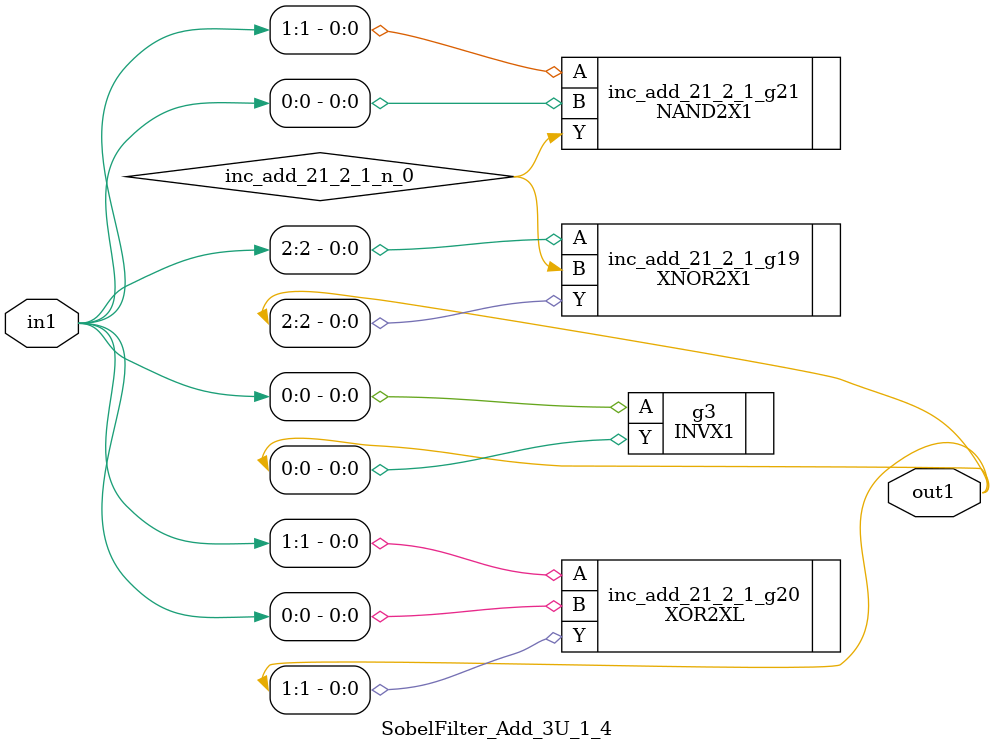
<source format=v>
`timescale 1ps / 1ps


module SobelFilter_Add_3U_1_4(in1, out1);
  input [2:0] in1;
  output [2:0] out1;
  wire [2:0] in1;
  wire [2:0] out1;
  wire inc_add_21_2_1_n_0;
  INVX1 g3(.A (in1[0]), .Y (out1[0]));
  XNOR2X1 inc_add_21_2_1_g19(.A (in1[2]), .B (inc_add_21_2_1_n_0), .Y
       (out1[2]));
  XOR2XL inc_add_21_2_1_g20(.A (in1[1]), .B (in1[0]), .Y (out1[1]));
  NAND2X1 inc_add_21_2_1_g21(.A (in1[1]), .B (in1[0]), .Y
       (inc_add_21_2_1_n_0));
endmodule



</source>
